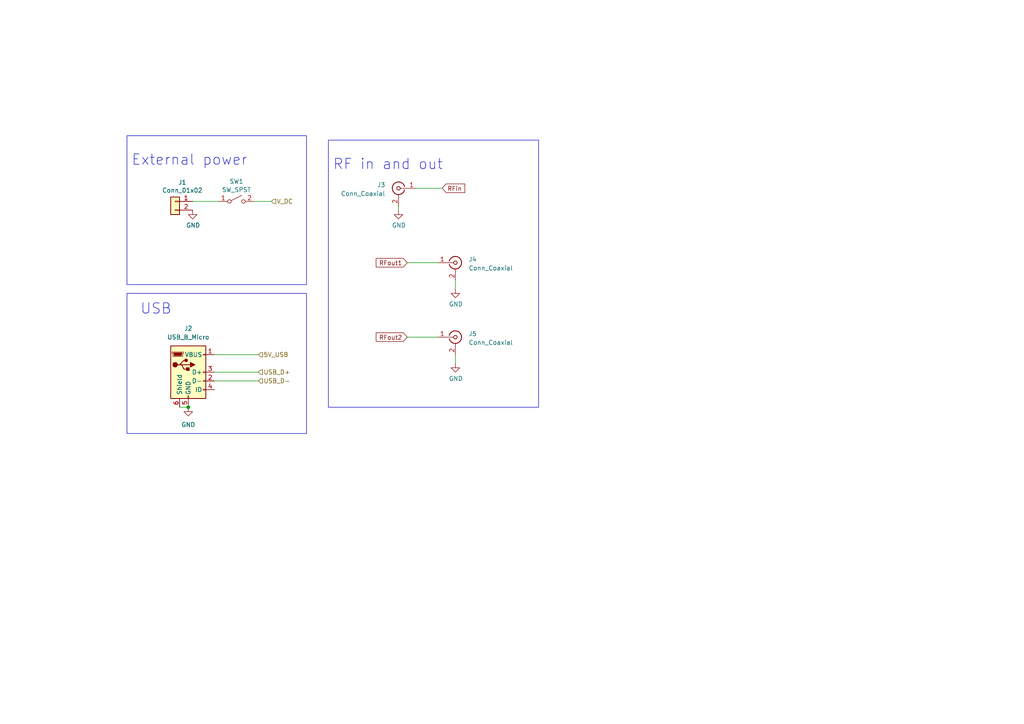
<source format=kicad_sch>
(kicad_sch (version 20230121) (generator eeschema)
  (paper "A4")
  (lib_symbols
    (symbol "Connector:Conn_Coaxial" (pin_names (offset 1.016) hide)
      (property "Reference" "J" (at 0.254 3.048 0))
      (property "Value" "Conn_Coaxial" (at 2.921 0 90))
      (symbol "Conn_Coaxial_0_1"
        (arc (start -1.778 -0.508) (mid 0.2311 -1.8066) (end 1.778 0) (stroke (width 0.254)))
        (polyline (pts (xy -2.54 0) (xy -0.508 0)))
        (polyline (pts (xy 0 -2.54) (xy 0 -1.778)))
        (circle (center 0 0) (radius 0.508) (stroke (width 0.2032)))
        (arc (start 1.778 0) (mid 0.2099 1.8101) (end -1.778 0.508) (stroke (width 0.254)))
      )
      (symbol "Conn_Coaxial_1_1"
        (pin passive line (at -5.08 0 0) (length 2.54) (name "In") (number "1"))
        (pin passive line (at 0 -5.08 90) (length 2.54) (name "Ext") (number "2"))
      )
    )
    (symbol "Connector:USB_B_Micro" (pin_names (offset 1.016))
      (property "Reference" "J" (at -5.08 11.43 0))
      (property "Value" "USB_B_Micro" (at -5.08 8.89 0))
      (symbol "USB_B_Micro_0_1"
        (rectangle (start -5.08 -7.62) (end 5.08 7.62) (stroke (width 0.254)) (fill (type background)))
        (circle (center -3.81 2.159) (radius 0.635) (stroke (width 0.254)) (fill (type outline)))
        (circle (center -0.635 3.429) (radius 0.381) (stroke (width 0.254)) (fill (type outline)))
        (rectangle (start -0.127 -7.62) (end 0.127 -6.858))
        (polyline (pts (xy -1.905 2.159) (xy 0.635 2.159)) (stroke (width 0.254)))
        (polyline (pts (xy -3.175 2.159) (xy -2.54 2.159) (xy -1.27 3.429) (xy -0.635 3.429)) (stroke (width 0.254)))
        (polyline (pts (xy -2.54 2.159) (xy -1.905 2.159) (xy -1.27 0.889) (xy 0 0.889)) (stroke (width 0.254)))
        (polyline (pts (xy 0.635 2.794) (xy 0.635 1.524) (xy 1.905 2.159) (xy 0.635 2.794)) (stroke (width 0.254)) (fill (type outline)))
        (polyline (pts (xy -4.318 5.588) (xy -1.778 5.588) (xy -2.032 4.826) (xy -4.064 4.826) (xy -4.318 5.588)) (fill (type outline)))
        (polyline (pts (xy -4.699 5.842) (xy -4.699 5.588) (xy -4.445 4.826) (xy -4.445 4.572) (xy -1.651 4.572) (xy -1.651 4.826) (xy -1.397 5.588) (xy -1.397 5.842) (xy -4.699 5.842)))
        (rectangle (start 0.254 1.27) (end -0.508 0.508) (stroke (width 0.254)) (fill (type outline)))
        (rectangle (start 5.08 -5.207) (end 4.318 -4.953))
        (rectangle (start 5.08 -2.667) (end 4.318 -2.413))
        (rectangle (start 5.08 -0.127) (end 4.318 0.127))
        (rectangle (start 5.08 4.953) (end 4.318 5.207))
      )
      (symbol "USB_B_Micro_1_1"
        (pin power_out line (at 7.62 5.08 180) (length 2.54) (name "VBUS") (number "1"))
        (pin bidirectional line (at 7.62 -2.54 180) (length 2.54) (name "D-") (number "2"))
        (pin bidirectional line (at 7.62 0 180) (length 2.54) (name "D+") (number "3"))
        (pin passive line (at 7.62 -5.08 180) (length 2.54) (name "ID") (number "4"))
        (pin power_out line (at 0 -10.16 90) (length 2.54) (name "GND") (number "5"))
        (pin passive line (at -2.54 -10.16 90) (length 2.54) (name "Shield") (number "6"))
      )
    )
    (symbol "Connector_Generic:Conn_01x02" (pin_names (offset 1.016) hide)
      (property "Reference" "J" (at 0 2.54 0))
      (property "Value" "Conn_01x02" (at 0 -5.08 0))
      (symbol "Conn_01x02_1_1"
        (rectangle (start -1.27 -2.413) (end 0 -2.667) (stroke (width 0.1524)))
        (rectangle (start -1.27 0.127) (end 0 -0.127) (stroke (width 0.1524)))
        (rectangle (start -1.27 1.27) (end 1.27 -3.81) (stroke (width 0.254)) (fill (type background)))
        (pin passive line (at -5.08 0 0) (length 3.81) (name "Pin_1") (number "1"))
        (pin passive line (at -5.08 -2.54 0) (length 3.81) (name "Pin_2") (number "2"))
      )
    )
    (symbol "Switch:SW_SPST" (pin_names (offset 0) hide)
      (property "Reference" "SW" (at 0 3.175 0))
      (property "Value" "SW_SPST" (at 0 -2.54 0))
      (symbol "SW_SPST_0_0"
        (circle (center -2.032 0) (radius 0.508))
        (polyline (pts (xy -1.524 0.254) (xy 1.524 1.778)))
        (circle (center 2.032 0) (radius 0.508))
      )
      (symbol "SW_SPST_1_1"
        (pin passive line (at -5.08 0 0) (length 2.54) (name "A") (number "1"))
        (pin passive line (at 5.08 0 180) (length 2.54) (name "B") (number "2"))
      )
    )
    (symbol "power:GND" (power) (pin_names (offset 0))
      (property "Value" "GND" (at 0 -3.81 0))
      (symbol "GND_0_1"
        (polyline (pts (xy 0 0) (xy 0 -1.27) (xy 1.27 -1.27) (xy 0 -2.54) (xy -1.27 -1.27) (xy 0 -1.27)))
      )
      (symbol "GND_1_1"
        (pin power_in line (at 0 0 270) (length 0) hide (name "GND") (number "1"))
      )
    )
  )
  (junction (at 54.61 118.11))
  (wire (pts (xy 74.93 110.49) (xy 62.23 110.49)))
  (wire (pts (xy 115.57 60.96) (xy 115.57 59.69)))
  (wire (pts (xy 118.11 97.79) (xy 127 97.79)))
  (wire (pts (xy 74.93 107.95) (xy 62.23 107.95)))
  (wire (pts (xy 118.11 76.2) (xy 127 76.2)))
  (wire (pts (xy 74.93 102.87) (xy 62.23 102.87)))
  (wire (pts (xy 73.66 58.42) (xy 78.74 58.42)))
  (wire (pts (xy 120.65 54.61) (xy 128.27 54.61)))
  (wire (pts (xy 55.88 58.42) (xy 63.5 58.42)))
  (wire (pts (xy 132.08 83.82) (xy 132.08 81.28)))
  (wire (pts (xy 52.07 118.11) (xy 54.61 118.11)))
  (wire (pts (xy 132.08 105.41) (xy 132.08 102.87)))
  (rectangle (start 36.83 39.37) (end 88.9 82.55))
  (rectangle (start 36.83 85.09) (end 88.9 125.73))
  (rectangle (start 95.25 40.64) (end 156.21 118.11))
  (text "RF in and out\n" (at 96.52 49.53 0) (effects (font (size 3 3)) (justify left bottom)))
  (text "External power" (at 38.1 48.26 0) (effects (font (size 3 3)) (justify left bottom)))
  (text "USB" (at 40.64 91.44 0) (effects (font (size 3 3)) (justify left bottom)))
  (global_label "RFin" (shape input) (at 128.27 54.61 0) (property "Intersheetrefs" "${INTERSHEET_REFS}" (effects hide)))
  (global_label "RFout2" (shape input) (at 118.11 97.79 180) (property "Intersheetrefs" "${INTERSHEET_REFS}" (effects hide)))
  (global_label "RFout1" (shape input) (at 118.11 76.2 180) (property "Intersheetrefs" "${INTERSHEET_REFS}" (effects hide)))
  (hierarchical_label "USB_D-" (shape input) (at 74.93 110.49 0))
  (hierarchical_label "V_DC" (shape input) (at 78.74 58.42 0))
  (hierarchical_label "5V_USB" (shape input) (at 74.93 102.87 0))
  (hierarchical_label "USB_D+" (shape input) (at 74.93 107.95 0))
  (symbol (lib_id "power:GND") (at 54.61 118.11 0) (unit 1)
    (property "Reference" "#PWR015" (effects hide))
    (property "Value" "GND" (at 54.61 123.19 0))
  )
  (symbol (lib_id "power:GND") (at 115.57 60.96 0) (unit 1)
    (property "Reference" "#PWR?" (effects hide))
    (property "Value" "GND" (at 115.697 65.3542 0))
    (instances (project "ADF5355_VCO" (path "" (reference "#PWR?") (unit 1)) (path "" (reference "#PWR044") (unit 1))))
  )
  (symbol (lib_id "Connector:USB_B_Micro") (at 54.61 107.95 0) (unit 1)
    (property "Reference" "J2" (at 54.61 95.25 0))
    (property "Value" "USB_B_Micro" (at 54.61 97.79 0))
  )
  (symbol (lib_id "Connector:Conn_Coaxial") (at 132.08 97.79 0) (unit 1)
    (property "Reference" "J5" (at 135.89 96.8132 0) (effects (justify left)))
    (property "Value" "Conn_Coaxial" (at 135.89 99.3532 0) (effects (justify left)))
    (property "Datasheet" " ~" (effects hide))
  )
  (symbol (lib_id "Switch:SW_SPST") (at 68.58 58.42 0) (unit 1)
    (property "Reference" "SW1" (at 68.58 52.6247 0))
    (property "Value" "SW_SPST" (at 68.58 55.0489 0))
  )
  (symbol (lib_id "Connector_Generic:Conn_01x02") (at 50.8 58.42 0) (mirror y) (unit 1)
    (property "Reference" "J1" (at 52.8828 52.9082 0))
    (property "Value" "Conn_01x02" (at 52.8828 55.2196 0))
  )
  (symbol (lib_id "power:GND") (at 132.08 105.41 0) (unit 1)
    (property "Reference" "#PWR?" (effects hide))
    (property "Value" "GND" (at 132.207 109.8042 0))
    (instances (project "ADF5355_VCO" (path "" (reference "#PWR?") (unit 1)) (path "" (reference "#PWR046") (unit 1))))
  )
  (symbol (lib_id "Connector:Conn_Coaxial") (at 132.08 76.2 0) (unit 1)
    (property "Reference" "J4" (at 135.89 75.2232 0) (effects (justify left)))
    (property "Value" "Conn_Coaxial" (at 135.89 77.7632 0) (effects (justify left)))
    (property "Datasheet" " ~" (effects hide))
  )
  (symbol (lib_id "power:GND") (at 55.88 60.96 0) (unit 1)
    (property "Reference" "#PWR?" (effects hide))
    (property "Value" "GND" (at 56.007 65.3542 0))
    (instances (project "ADF5355_VCO" (path "" (reference "#PWR?") (unit 1)) (path "" (reference "#PWR021") (unit 1))))
  )
  (symbol (lib_id "Connector:Conn_Coaxial") (at 115.57 54.61 0) (mirror y) (unit 1)
    (property "Reference" "J3" (at 111.76 53.6332 0) (effects (justify left)))
    (property "Value" "Conn_Coaxial" (at 111.76 56.1732 0) (effects (justify left)))
    (property "Datasheet" " ~" (effects hide))
  )
  (symbol (lib_id "power:GND") (at 132.08 83.82 0) (unit 1)
    (property "Reference" "#PWR?" (effects hide))
    (property "Value" "GND" (at 132.207 88.2142 0))
    (instances (project "ADF5355_VCO" (path "" (reference "#PWR?") (unit 1)) (path "" (reference "#PWR045") (unit 1))))
  )
)
</source>
